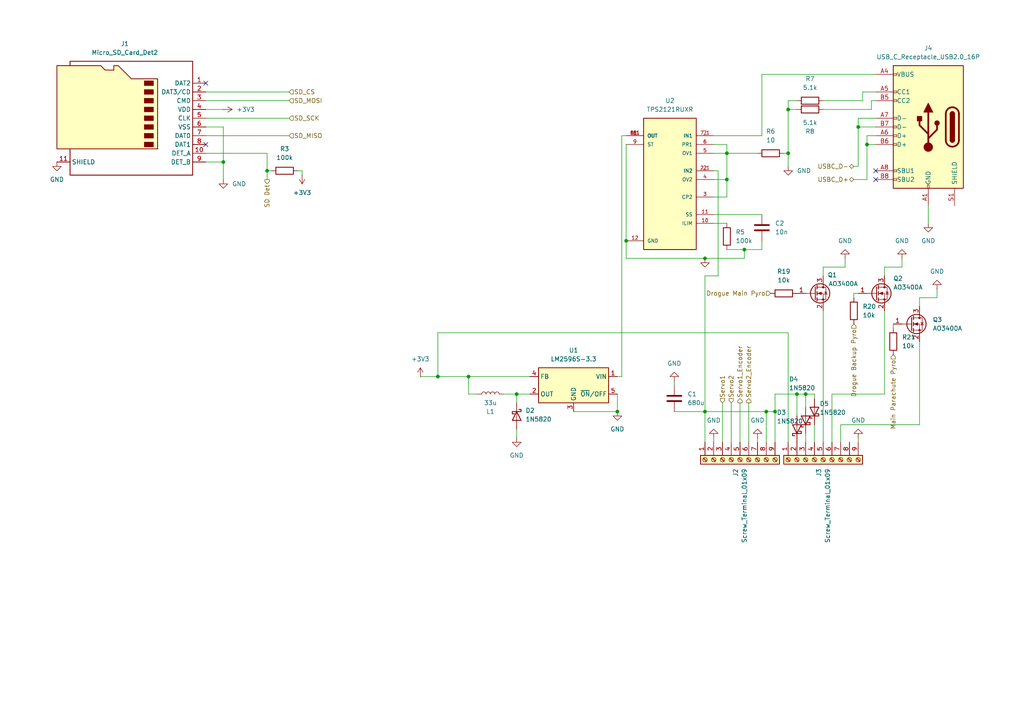
<source format=kicad_sch>
(kicad_sch (version 20250114) (generator "eeschema") (generator_version "9.0")
  (paper "A4")
  (lib_symbols
    (symbol "Connector:Micro_SD_Card_Det2"
      (property "Reference" "J" (at -16.51 17.78 0))
      (property "Value" "Micro_SD_Card_Det2" (at 16.51 17.78 0))
      (symbol "Micro_SD_Card_Det2_0_1"
        (polyline (pts (xy -8.89 -8.89) (xy -8.89 11.43) (xy -1.27 11.43) (xy 2.54 15.24) (xy 3.81 15.24) (xy 3.81 13.97) (xy 6.35 13.97) (xy 7.62 15.24) (xy 20.32 15.24) (xy 20.32 -8.89) (xy -8.89 -8.89)) (stroke (width 0.254)) (fill (type background)))
        (rectangle (start -7.62 10.795) (end -5.08 9.525) (stroke (width 0.254)) (fill (type outline)))
        (rectangle (start -7.62 8.255) (end -5.08 6.985) (stroke (width 0.254)) (fill (type outline)))
        (rectangle (start -7.62 5.715) (end -5.08 4.445) (stroke (width 0.254)) (fill (type outline)))
        (rectangle (start -7.62 3.175) (end -5.08 1.905) (stroke (width 0.254)) (fill (type outline)))
        (rectangle (start -7.62 0.635) (end -5.08 -0.635) (stroke (width 0.254)) (fill (type outline)))
        (rectangle (start -7.62 -1.905) (end -5.08 -3.175) (stroke (width 0.254)) (fill (type outline)))
        (rectangle (start -7.62 -4.445) (end -5.08 -5.715) (stroke (width 0.254)) (fill (type outline)))
        (rectangle (start -7.62 -6.985) (end -5.08 -8.255) (stroke (width 0.254)) (fill (type outline)))
        (polyline (pts (xy 16.51 15.24) (xy 16.51 16.51) (xy -19.05 16.51) (xy -19.05 -16.51) (xy 16.51 -16.51) (xy 16.51 -8.89)) (stroke (width 0.254)))
      )
      (symbol "Micro_SD_Card_Det2_1_1"
        (pin bidirectional line (at -22.86 10.16 0) (length 3.81) (name "DAT2") (number "1"))
        (pin bidirectional line (at -22.86 7.62 0) (length 3.81) (name "DAT3/CD") (number "2"))
        (pin input line (at -22.86 5.08 0) (length 3.81) (name "CMD") (number "3"))
        (pin power_in line (at -22.86 2.54 0) (length 3.81) (name "VDD") (number "4"))
        (pin input line (at -22.86 0 0) (length 3.81) (name "CLK") (number "5"))
        (pin power_in line (at -22.86 -2.54 0) (length 3.81) (name "VSS") (number "6"))
        (pin bidirectional line (at -22.86 -5.08 0) (length 3.81) (name "DAT0") (number "7"))
        (pin bidirectional line (at -22.86 -7.62 0) (length 3.81) (name "DAT1") (number "8"))
        (pin passive line (at -22.86 -10.16 0) (length 3.81) (name "DET_A") (number "10"))
        (pin passive line (at -22.86 -12.7 0) (length 3.81) (name "DET_B") (number "9"))
        (pin passive line (at 20.32 -12.7 180) (length 3.81) (name "SHIELD") (number "11"))
      )
    )
    (symbol "Connector:Screw_Terminal_01x09" (pin_names (offset 1.016) (hide yes))
      (property "Reference" "J3" (at 2.54 1.2701 0))
      (property "Value" "Screw_Terminal_01x09" (at 2.54 -1.2699 0))
      (symbol "Screw_Terminal_01x09_1_1"
        (rectangle (start -1.27 11.43) (end 1.27 -11.43) (stroke (width 0.254)) (fill (type background)))
        (polyline (pts (xy -0.5334 10.4902) (xy 0.3302 9.652)) (stroke (width 0.1524)))
        (polyline (pts (xy -0.5334 7.9502) (xy 0.3302 7.112)) (stroke (width 0.1524)))
        (polyline (pts (xy -0.5334 5.4102) (xy 0.3302 4.572)) (stroke (width 0.1524)))
        (polyline (pts (xy -0.5334 2.8702) (xy 0.3302 2.032)) (stroke (width 0.1524)))
        (polyline (pts (xy -0.5334 0.3302) (xy 0.3302 -0.508)) (stroke (width 0.1524)))
        (polyline (pts (xy -0.5334 -2.2098) (xy 0.3302 -3.048)) (stroke (width 0.1524)))
        (polyline (pts (xy -0.5334 -4.7498) (xy 0.3302 -5.588)) (stroke (width 0.1524)))
        (polyline (pts (xy -0.5334 -7.2898) (xy 0.3302 -8.128)) (stroke (width 0.1524)))
        (polyline (pts (xy -0.5334 -9.8298) (xy 0.3302 -10.668)) (stroke (width 0.1524)))
        (polyline (pts (xy -0.3556 10.668) (xy 0.508 9.8298)) (stroke (width 0.1524)))
        (polyline (pts (xy -0.3556 8.128) (xy 0.508 7.2898)) (stroke (width 0.1524)))
        (polyline (pts (xy -0.3556 5.588) (xy 0.508 4.7498)) (stroke (width 0.1524)))
        (polyline (pts (xy -0.3556 3.048) (xy 0.508 2.2098)) (stroke (width 0.1524)))
        (polyline (pts (xy -0.3556 0.508) (xy 0.508 -0.3302)) (stroke (width 0.1524)))
        (polyline (pts (xy -0.3556 -2.032) (xy 0.508 -2.8702)) (stroke (width 0.1524)))
        (polyline (pts (xy -0.3556 -4.572) (xy 0.508 -5.4102)) (stroke (width 0.1524)))
        (polyline (pts (xy -0.3556 -7.112) (xy 0.508 -7.9502)) (stroke (width 0.1524)))
        (polyline (pts (xy -0.3556 -9.652) (xy 0.508 -10.4902)) (stroke (width 0.1524)))
        (circle (center 0 10.16) (radius 0.635) (stroke (width 0.1524)))
        (circle (center 0 7.62) (radius 0.635) (stroke (width 0.1524)))
        (circle (center 0 5.08) (radius 0.635) (stroke (width 0.1524)))
        (circle (center 0 2.54) (radius 0.635) (stroke (width 0.1524)))
        (circle (center 0 0) (radius 0.635) (stroke (width 0.1524)))
        (circle (center 0 -2.54) (radius 0.635) (stroke (width 0.1524)))
        (circle (center 0 -5.08) (radius 0.635) (stroke (width 0.1524)))
        (circle (center 0 -7.62) (radius 0.635) (stroke (width 0.1524)))
        (circle (center 0 -10.16) (radius 0.635) (stroke (width 0.1524)))
        (pin power_out line (at -5.08 10.16 0) (length 3.81) (name "3V3_OUT") (number "1"))
        (pin power_out line (at -5.08 7.62 0) (length 3.81) (name "Pyro_OUT_1") (number "2"))
        (pin power_out line (at -5.08 5.08 0) (length 3.81) (name "Pyro_OUT_2") (number "3"))
        (pin power_out line (at -5.08 2.54 0) (length 3.81) (name "Pyro_OUT_3") (number "4"))
        (pin input line (at -5.08 0 0) (length 3.81) (name "Drogue_Main") (number "5"))
        (pin input line (at -5.08 -2.54 0) (length 3.81) (name "Drogue_Backup") (number "6"))
        (pin input line (at -5.08 -5.08 0) (length 3.81) (name "Main_Parachute") (number "7"))
        (pin passive line (at -5.08 -7.62 0) (length 3.81) (name "Pin_8") (number "8"))
        (pin passive line (at -5.08 -10.16 0) (length 3.81) (name "GND") (number "9"))
      )
    )
    (symbol "Connector:USB_C_Receptacle_USB2.0_16P" (pin_names (offset 1.016))
      (property "Reference" "J" (at 0 22.225 0))
      (property "Value" "USB_C_Receptacle_USB2.0_16P" (at 0 19.685 0))
      (symbol "USB_C_Receptacle_USB2.0_16P_0_0"
        (rectangle (start -0.254 -17.78) (end 0.254 -16.764))
        (rectangle (start 10.16 15.494) (end 9.144 14.986))
        (rectangle (start 10.16 10.414) (end 9.144 9.906))
        (rectangle (start 10.16 7.874) (end 9.144 7.366))
        (rectangle (start 10.16 2.794) (end 9.144 2.286))
        (rectangle (start 10.16 0.254) (end 9.144 -0.254))
        (rectangle (start 10.16 -2.286) (end 9.144 -2.794))
        (rectangle (start 10.16 -4.826) (end 9.144 -5.334))
        (rectangle (start 10.16 -12.446) (end 9.144 -12.954))
        (rectangle (start 10.16 -14.986) (end 9.144 -15.494))
      )
      (symbol "USB_C_Receptacle_USB2.0_16P_0_1"
        (rectangle (start -10.16 17.78) (end 10.16 -17.78) (stroke (width 0.254)) (fill (type background)))
        (polyline (pts (xy -8.89 -3.81) (xy -8.89 3.81)) (stroke (width 0.508)))
        (rectangle (start -7.62 -3.81) (end -6.35 3.81) (stroke (width 0.254)) (fill (type outline)))
        (arc (start -7.62 3.81) (mid -6.985 4.4423) (end -6.35 3.81) (stroke (width 0.254)))
        (arc (start -7.62 3.81) (mid -6.985 4.4423) (end -6.35 3.81) (stroke (width 0.254)) (fill (type outline)))
        (arc (start -8.89 3.81) (mid -6.985 5.7067) (end -5.08 3.81) (stroke (width 0.508)))
        (arc (start -5.08 -3.81) (mid -6.985 -5.7067) (end -8.89 -3.81) (stroke (width 0.508)))
        (arc (start -6.35 -3.81) (mid -6.985 -4.4423) (end -7.62 -3.81) (stroke (width 0.254)))
        (arc (start -6.35 -3.81) (mid -6.985 -4.4423) (end -7.62 -3.81) (stroke (width 0.254)) (fill (type outline)))
        (polyline (pts (xy -5.08 3.81) (xy -5.08 -3.81)) (stroke (width 0.508)))
        (circle (center -2.54 1.143) (radius 0.635) (stroke (width 0.254)) (fill (type outline)))
        (polyline (pts (xy -1.27 4.318) (xy 0 6.858) (xy 1.27 4.318) (xy -1.27 4.318)) (stroke (width 0.254)) (fill (type outline)))
        (polyline (pts (xy 0 -2.032) (xy 2.54 0.508) (xy 2.54 1.778)) (stroke (width 0.508)))
        (polyline (pts (xy 0 -3.302) (xy -2.54 -0.762) (xy -2.54 0.508)) (stroke (width 0.508)))
        (polyline (pts (xy 0 -5.842) (xy 0 4.318)) (stroke (width 0.508)))
        (circle (center 0 -5.842) (radius 1.27) (fill (type outline)))
        (rectangle (start 1.905 1.778) (end 3.175 3.048) (stroke (width 0.254)) (fill (type outline)))
      )
      (symbol "USB_C_Receptacle_USB2.0_16P_1_1"
        (pin passive line (at -7.62 -22.86 90) (length 5.08) (name "SHIELD") (number "S1"))
        (pin passive line (at 0 -22.86 90) (length 5.08) (name "GND") (number "A1"))
        (pin passive line (at 0 -22.86 90) (length 5.08) (hide yes) (name "GND") (number "A12"))
        (pin passive line (at 0 -22.86 90) (length 5.08) (hide yes) (name "GND") (number "B1"))
        (pin passive line (at 0 -22.86 90) (length 5.08) (hide yes) (name "GND") (number "B12"))
        (pin passive line (at 15.24 15.24 180) (length 5.08) (name "VBUS") (number "A4"))
        (pin passive line (at 15.24 15.24 180) (length 5.08) (hide yes) (name "VBUS") (number "A9"))
        (pin passive line (at 15.24 15.24 180) (length 5.08) (hide yes) (name "VBUS") (number "B4"))
        (pin passive line (at 15.24 15.24 180) (length 5.08) (hide yes) (name "VBUS") (number "B9"))
        (pin bidirectional line (at 15.24 10.16 180) (length 5.08) (name "CC1") (number "A5"))
        (pin bidirectional line (at 15.24 7.62 180) (length 5.08) (name "CC2") (number "B5"))
        (pin bidirectional line (at 15.24 2.54 180) (length 5.08) (name "D-") (number "A7"))
        (pin bidirectional line (at 15.24 0 180) (length 5.08) (name "D-") (number "B7"))
        (pin bidirectional line (at 15.24 -2.54 180) (length 5.08) (name "D+") (number "A6"))
        (pin bidirectional line (at 15.24 -5.08 180) (length 5.08) (name "D+") (number "B6"))
        (pin bidirectional line (at 15.24 -12.7 180) (length 5.08) (name "SBU1") (number "A8"))
        (pin bidirectional line (at 15.24 -15.24 180) (length 5.08) (name "SBU2") (number "B8"))
      )
    )
    (symbol "Device:C" (pin_numbers (hide yes)) (pin_names (offset 0.254))
      (property "Reference" "C" (at 0.635 2.54 0))
      (property "Value" "C" (at 0.635 -2.54 0))
      (symbol "C_0_1"
        (polyline (pts (xy -2.032 0.762) (xy 2.032 0.762)) (stroke (width 0.508)))
        (polyline (pts (xy -2.032 -0.762) (xy 2.032 -0.762)) (stroke (width 0.508)))
      )
      (symbol "C_1_1"
        (pin passive line (at 0 3.81 270) (length 2.794) (name "~") (number "1"))
        (pin passive line (at 0 -3.81 90) (length 2.794) (name "~") (number "2"))
      )
    )
    (symbol "Device:L" (pin_numbers (hide yes)) (pin_names (offset 1.016) (hide yes))
      (property "Reference" "L" (at -1.27 0 90))
      (property "Value" "L" (at 1.905 0 90))
      (symbol "L_0_1"
        (arc (start 0 2.54) (mid 0.6323 1.905) (end 0 1.27))
        (arc (start 0 1.27) (mid 0.6323 0.635) (end 0 0))
        (arc (start 0 0) (mid 0.6323 -0.635) (end 0 -1.27))
        (arc (start 0 -1.27) (mid 0.6323 -1.905) (end 0 -2.54))
      )
      (symbol "L_1_1"
        (pin passive line (at 0 3.81 270) (length 1.27) (name "1") (number "1"))
        (pin passive line (at 0 -3.81 90) (length 1.27) (name "2") (number "2"))
      )
    )
    (symbol "Device:R" (pin_numbers (hide yes)) (pin_names (offset 0))
      (property "Reference" "R" (at 2.032 0 90))
      (property "Value" "R" (at 0 0 90))
      (symbol "R_0_1"
        (rectangle (start -1.016 -2.54) (end 1.016 2.54) (stroke (width 0.254)))
      )
      (symbol "R_1_1"
        (pin passive line (at 0 3.81 270) (length 1.27) (name "~") (number "1"))
        (pin passive line (at 0 -3.81 90) (length 1.27) (name "~") (number "2"))
      )
    )
    (symbol "Diode:1N5820" (pin_numbers (hide yes)) (pin_names (offset 1.016) (hide yes))
      (property "Reference" "D" (at 0 2.54 0))
      (property "Value" "1N5820" (at 0 -2.54 0))
      (symbol "1N5820_0_1"
        (polyline (pts (xy -1.905 0.635) (xy -1.905 1.27) (xy -1.27 1.27) (xy -1.27 -1.27) (xy -0.635 -1.27) (xy -0.635 -0.635)) (stroke (width 0.254)))
        (polyline (pts (xy 1.27 1.27) (xy 1.27 -1.27) (xy -1.27 0) (xy 1.27 1.27)) (stroke (width 0.254)))
        (polyline (pts (xy 1.27 0) (xy -1.27 0)))
      )
      (symbol "1N5820_1_1"
        (pin passive line (at -3.81 0 0) (length 2.54) (name "K") (number "1"))
        (pin passive line (at 3.81 0 180) (length 2.54) (name "A") (number "2"))
      )
    )
    (symbol "Regulator_Switching:LM2596S-3.3"
      (property "Reference" "U" (at -10.16 6.35 0))
      (property "Value" "LM2596S-3.3" (at 0 6.35 0))
      (symbol "LM2596S-3.3_0_1"
        (rectangle (start -10.16 5.08) (end 10.16 -5.08) (stroke (width 0.254)) (fill (type background)))
      )
      (symbol "LM2596S-3.3_1_1"
        (pin power_in line (at -12.7 2.54 0) (length 2.54) (name "VIN") (number "1"))
        (pin input line (at -12.7 -2.54 0) (length 2.54) (name "~{ON}/OFF") (number "5"))
        (pin power_in line (at 0 -7.62 90) (length 2.54) (name "GND") (number "3"))
        (pin input line (at 12.7 2.54 180) (length 2.54) (name "FB") (number "4"))
        (pin output line (at 12.7 -2.54 180) (length 2.54) (name "OUT") (number "2"))
      )
    )
    (symbol "Screw_Terminal_01x09_1" (pin_names (offset 1.016) (hide yes))
      (property "Reference" "J2" (at 2.54 1.2701 0))
      (property "Value" "Screw_Terminal_01x09" (at 2.54 -1.2699 0))
      (symbol "Screw_Terminal_01x09_1_1_1"
        (rectangle (start -1.27 11.43) (end 1.27 -11.43) (stroke (width 0.254)) (fill (type background)))
        (polyline (pts (xy -0.5334 10.4902) (xy 0.3302 9.652)) (stroke (width 0.1524)))
        (polyline (pts (xy -0.5334 7.9502) (xy 0.3302 7.112)) (stroke (width 0.1524)))
        (polyline (pts (xy -0.5334 5.4102) (xy 0.3302 4.572)) (stroke (width 0.1524)))
        (polyline (pts (xy -0.5334 2.8702) (xy 0.3302 2.032)) (stroke (width 0.1524)))
        (polyline (pts (xy -0.5334 0.3302) (xy 0.3302 -0.508)) (stroke (width 0.1524)))
        (polyline (pts (xy -0.5334 -2.2098) (xy 0.3302 -3.048)) (stroke (width 0.1524)))
        (polyline (pts (xy -0.5334 -4.7498) (xy 0.3302 -5.588)) (stroke (width 0.1524)))
        (polyline (pts (xy -0.5334 -7.2898) (xy 0.3302 -8.128)) (stroke (width 0.1524)))
        (polyline (pts (xy -0.5334 -9.8298) (xy 0.3302 -10.668)) (stroke (width 0.1524)))
        (polyline (pts (xy -0.3556 10.668) (xy 0.508 9.8298)) (stroke (width 0.1524)))
        (polyline (pts (xy -0.3556 8.128) (xy 0.508 7.2898)) (stroke (width 0.1524)))
        (polyline (pts (xy -0.3556 5.588) (xy 0.508 4.7498)) (stroke (width 0.1524)))
        (polyline (pts (xy -0.3556 3.048) (xy 0.508 2.2098)) (stroke (width 0.1524)))
        (polyline (pts (xy -0.3556 0.508) (xy 0.508 -0.3302)) (stroke (width 0.1524)))
        (polyline (pts (xy -0.3556 -2.032) (xy 0.508 -2.8702)) (stroke (width 0.1524)))
        (polyline (pts (xy -0.3556 -4.572) (xy 0.508 -5.4102)) (stroke (width 0.1524)))
        (polyline (pts (xy -0.3556 -7.112) (xy 0.508 -7.9502)) (stroke (width 0.1524)))
        (polyline (pts (xy -0.3556 -9.652) (xy 0.508 -10.4902)) (stroke (width 0.1524)))
        (circle (center 0 10.16) (radius 0.635) (stroke (width 0.1524)))
        (circle (center 0 7.62) (radius 0.635) (stroke (width 0.1524)))
        (circle (center 0 5.08) (radius 0.635) (stroke (width 0.1524)))
        (circle (center 0 2.54) (radius 0.635) (stroke (width 0.1524)))
        (circle (center 0 0) (radius 0.635) (stroke (width 0.1524)))
        (circle (center 0 -2.54) (radius 0.635) (stroke (width 0.1524)))
        (circle (center 0 -5.08) (radius 0.635) (stroke (width 0.1524)))
        (circle (center 0 -7.62) (radius 0.635) (stroke (width 0.1524)))
        (circle (center 0 -10.16) (radius 0.635) (stroke (width 0.1524)))
        (pin power_in line (at -5.08 10.16 0) (length 3.81) (name "7.4V_IN") (number "1"))
        (pin passive line (at -5.08 7.62 0) (length 3.81) (name "GND") (number "2"))
        (pin output line (at -5.08 5.08 0) (length 3.81) (name "Servo1") (number "3"))
        (pin output line (at -5.08 2.54 0) (length 3.81) (name "Servo2") (number "4"))
        (pin output line (at -5.08 0 0) (length 3.81) (name "Servo1_Encoder") (number "5"))
        (pin output line (at -5.08 -2.54 0) (length 3.81) (name "Servo2_Encoder") (number "6"))
        (pin passive line (at -5.08 -5.08 0) (length 3.81) (name "MotorGND") (number "7"))
        (pin power_out line (at -5.08 -7.62 0) (length 3.81) (name "MotorPwr1") (number "8"))
        (pin passive line (at -5.08 -10.16 0) (length 3.81) (name "MotorPwr2") (number "9"))
      )
    )
    (symbol "TPS2121RUXR:TPS2121RUXR" (pin_names (offset 1.016))
      (property "Reference" "U" (at -7.62 21.082 0))
      (property "Value" "TPS2121RUXR" (at -7.62 -20.32 0))
      (symbol "TPS2121RUXR_0_0"
        (rectangle (start -7.62 -17.78) (end 7.62 20.32) (stroke (width 0.254)) (fill (type background)))
        (pin input line (at -12.7 15.24 0) (length 5.08) (name "IN1") (number "7"))
        (pin input line (at -12.7 15.24 0) (length 5.08) (name "IN1") (number "7_1"))
        (pin input line (at -12.7 12.7 0) (length 5.08) (name "PR1") (number "6"))
        (pin input line (at -12.7 10.16 0) (length 5.08) (name "OV1") (number "5"))
        (pin input line (at -12.7 5.08 0) (length 5.08) (name "IN2") (number "2"))
        (pin input line (at -12.7 5.08 0) (length 5.08) (name "IN2") (number "2_1"))
        (pin input line (at -12.7 2.54 0) (length 5.08) (name "OV2") (number "4"))
        (pin input line (at -12.7 -2.54 0) (length 5.08) (name "CP2") (number "3"))
        (pin passive line (at -12.7 -7.62 0) (length 5.08) (name "SS") (number "11"))
        (pin passive line (at -12.7 -10.16 0) (length 5.08) (name "ILIM") (number "10"))
        (pin output line (at 12.7 15.24 180) (length 5.08) (name "OUT") (number "1"))
        (pin output line (at 12.7 15.24 180) (length 5.08) (name "OUT") (number "1_1"))
        (pin output line (at 12.7 15.24 180) (length 5.08) (name "OUT") (number "8"))
        (pin output line (at 12.7 15.24 180) (length 5.08) (name "OUT") (number "8_1"))
        (pin output line (at 12.7 12.7 180) (length 5.08) (name "ST") (number "9"))
        (pin power_in line (at 12.7 -15.24 180) (length 5.08) (name "GND") (number "12"))
      )
    )
    (symbol "Transistor_FET:AO3400A" (pin_names (offset 0) (hide yes))
      (property "Reference" "Q" (at 5.08 1.905 0))
      (property "Value" "AO3400A" (at 5.08 0 0))
      (symbol "AO3400A_0_1"
        (polyline (pts (xy 0.254 1.905) (xy 0.254 -1.905)) (stroke (width 0.254)))
        (polyline (pts (xy 0.254 0) (xy -2.54 0)))
        (polyline (pts (xy 0.762 2.286) (xy 0.762 1.27)) (stroke (width 0.254)))
        (polyline (pts (xy 0.762 0.508) (xy 0.762 -0.508)) (stroke (width 0.254)))
        (polyline (pts (xy 0.762 -1.27) (xy 0.762 -2.286)) (stroke (width 0.254)))
        (polyline (pts (xy 0.762 -1.778) (xy 3.302 -1.778) (xy 3.302 1.778) (xy 0.762 1.778)))
        (polyline (pts (xy 1.016 0) (xy 2.032 0.381) (xy 2.032 -0.381) (xy 1.016 0)) (fill (type outline)))
        (circle (center 1.651 0) (radius 2.794) (stroke (width 0.254)))
        (polyline (pts (xy 2.54 2.54) (xy 2.54 1.778)))
        (circle (center 2.54 1.778) (radius 0.254) (fill (type outline)))
        (circle (center 2.54 -1.778) (radius 0.254) (fill (type outline)))
        (polyline (pts (xy 2.54 -2.54) (xy 2.54 0) (xy 0.762 0)))
        (polyline (pts (xy 2.921 0.381) (xy 3.683 0.381)))
        (polyline (pts (xy 3.302 0.381) (xy 2.921 -0.254) (xy 3.683 -0.254) (xy 3.302 0.381)))
      )
      (symbol "AO3400A_1_1"
        (pin input line (at -5.08 0 0) (length 2.54) (name "G") (number "1"))
        (pin passive line (at 2.54 5.08 270) (length 2.54) (name "D") (number "3"))
        (pin passive line (at 2.54 -5.08 90) (length 2.54) (name "S") (number "2"))
      )
    )
    (symbol "power:+3V3" (power) (pin_numbers (hide yes)) (pin_names (offset 0) (hide yes))
      (property "Value" "+3V3" (at 0 3.556 0))
      (symbol "+3V3_0_1"
        (polyline (pts (xy -0.762 1.27) (xy 0 2.54)))
        (polyline (pts (xy 0 2.54) (xy 0.762 1.27)))
        (polyline (pts (xy 0 0) (xy 0 2.54)))
      )
      (symbol "+3V3_1_1"
        (pin power_in line (at 0 0 90) (length 0) (name "~") (number "1"))
      )
    )
    (symbol "power:GND" (power) (pin_numbers (hide yes)) (pin_names (offset 0) (hide yes))
      (property "Value" "GND" (at 0 -3.81 0))
      (symbol "GND_0_1"
        (polyline (pts (xy 0 0) (xy 0 -1.27) (xy 1.27 -1.27) (xy 0 -2.54) (xy -1.27 -1.27) (xy 0 -1.27)))
      )
      (symbol "GND_1_1"
        (pin power_in line (at 0 0 270) (length 0) (name "~") (number "1"))
      )
    )
  )
  (junction (at 215.9 72.39))
  (junction (at 77.47 49.53))
  (junction (at 251.46 41.91))
  (junction (at 228.6 44.45))
  (junction (at 210.82 52.07))
  (junction (at 224.79 119.38))
  (junction (at 149.86 114.3))
  (junction (at 204.47 119.38))
  (junction (at 231.14 114.3))
  (junction (at 181.61 69.85))
  (junction (at 222.25 119.38))
  (junction (at 233.68 114.3))
  (junction (at 210.82 44.45))
  (junction (at 248.92 36.83))
  (junction (at 228.6 31.75))
  (junction (at 64.77 46.99))
  (junction (at 204.47 74.93))
  (junction (at 179.07 119.38))
  (junction (at 135.89 109.22))
  (junction (at 127 109.22))
  (no_connect (at 254 49.53))
  (no_connect (at 59.69 24.13))
  (no_connect (at 59.69 41.91))
  (no_connect (at 254 52.07))
  (wire (pts (xy 204.47 74.93) (xy 215.9 74.93)))
  (wire (pts (xy 228.6 29.21) (xy 231.14 29.21)))
  (wire (pts (xy 208.28 49.53) (xy 208.28 80.01)))
  (wire (pts (xy 251.46 39.37) (xy 251.46 41.91)))
  (wire (pts (xy 256.54 114.3) (xy 241.3 114.3)))
  (wire (pts (xy 251.46 41.91) (xy 251.46 52.07)))
  (wire (pts (xy 209.55 116.84) (xy 209.55 128.27)))
  (wire (pts (xy 220.98 69.85) (xy 220.98 72.39)))
  (wire (pts (xy 250.19 26.67) (xy 254 26.67)))
  (wire (pts (xy 261.62 77.47) (xy 261.62 74.93)))
  (wire (pts (xy 135.89 109.22) (xy 135.89 114.3)))
  (wire (pts (xy 204.47 80.01) (xy 204.47 119.38)))
  (wire (pts (xy 266.7 88.9) (xy 266.7 86.36)))
  (wire (pts (xy 266.7 123.19) (xy 243.84 123.19)))
  (wire (pts (xy 64.77 46.99) (xy 64.77 36.83)))
  (wire (pts (xy 204.47 119.38) (xy 222.25 119.38)))
  (wire (pts (xy 238.76 80.01) (xy 238.76 77.47)))
  (wire (pts (xy 166.37 119.38) (xy 179.07 119.38)))
  (wire (pts (xy 224.79 119.38) (xy 224.79 128.27)))
  (wire (pts (xy 215.9 72.39) (xy 215.9 74.93)))
  (wire (pts (xy 195.58 110.49) (xy 195.58 111.76)))
  (wire (pts (xy 256.54 77.47) (xy 261.62 77.47)))
  (wire (pts (xy 77.47 49.53) (xy 77.47 52.07)))
  (wire (pts (xy 59.69 29.21) (xy 83.82 29.21)))
  (wire (pts (xy 153.67 109.22) (xy 135.89 109.22)))
  (wire (pts (xy 243.84 123.19) (xy 243.84 128.27)))
  (wire (pts (xy 248.92 34.29) (xy 248.92 36.83)))
  (wire (pts (xy 266.7 86.36) (xy 271.78 86.36)))
  (wire (pts (xy 77.47 49.53) (xy 78.74 49.53)))
  (wire (pts (xy 86.36 49.53) (xy 87.63 49.53)))
  (wire (pts (xy 59.69 26.67) (xy 83.82 26.67)))
  (wire (pts (xy 149.86 114.3) (xy 149.86 116.84)))
  (wire (pts (xy 127 109.22) (xy 127 96.52)))
  (wire (pts (xy 236.22 123.19) (xy 236.22 128.27)))
  (wire (pts (xy 149.86 124.46) (xy 149.86 127)))
  (wire (pts (xy 214.63 116.84) (xy 214.63 128.27)))
  (wire (pts (xy 77.47 44.45) (xy 59.69 44.45)))
  (wire (pts (xy 231.14 114.3) (xy 233.68 114.3)))
  (wire (pts (xy 210.82 57.15) (xy 210.82 52.07)))
  (wire (pts (xy 241.3 114.3) (xy 241.3 128.27)))
  (wire (pts (xy 251.46 39.37) (xy 254 39.37)))
  (wire (pts (xy 228.6 31.75) (xy 231.14 31.75)))
  (wire (pts (xy 87.63 50.8) (xy 87.63 49.53)))
  (wire (pts (xy 224.79 114.3) (xy 224.79 119.38)))
  (wire (pts (xy 207.01 44.45) (xy 210.82 44.45)))
  (wire (pts (xy 59.69 46.99) (xy 64.77 46.99)))
  (wire (pts (xy 222.25 119.38) (xy 222.25 128.27)))
  (wire (pts (xy 127 96.52) (xy 228.6 96.52)))
  (wire (pts (xy 250.19 26.67) (xy 250.19 29.21)))
  (wire (pts (xy 256.54 90.17) (xy 256.54 114.3)))
  (wire (pts (xy 248.92 36.83) (xy 254 36.83)))
  (wire (pts (xy 248.92 36.83) (xy 248.92 48.26)))
  (wire (pts (xy 77.47 49.53) (xy 77.47 44.45)))
  (wire (pts (xy 181.61 74.93) (xy 204.47 74.93)))
  (wire (pts (xy 195.58 119.38) (xy 204.47 119.38)))
  (wire (pts (xy 231.14 114.3) (xy 231.14 120.65)))
  (wire (pts (xy 250.19 29.21) (xy 238.76 29.21)))
  (wire (pts (xy 233.68 114.3) (xy 236.22 114.3)))
  (wire (pts (xy 207.01 49.53) (xy 208.28 49.53)))
  (wire (pts (xy 233.68 114.3) (xy 233.68 118.11)))
  (wire (pts (xy 233.68 125.73) (xy 233.68 128.27)))
  (wire (pts (xy 220.98 21.59) (xy 254 21.59)))
  (wire (pts (xy 149.86 114.3) (xy 153.67 114.3)))
  (wire (pts (xy 245.11 77.47) (xy 245.11 74.93)))
  (wire (pts (xy 228.6 44.45) (xy 228.6 31.75)))
  (wire (pts (xy 220.98 21.59) (xy 220.98 39.37)))
  (wire (pts (xy 219.71 127) (xy 219.71 128.27)))
  (wire (pts (xy 210.82 44.45) (xy 210.82 52.07)))
  (wire (pts (xy 248.92 85.09) (xy 247.65 85.09)))
  (wire (pts (xy 146.05 114.3) (xy 149.86 114.3)))
  (wire (pts (xy 207.01 39.37) (xy 220.98 39.37)))
  (wire (pts (xy 204.47 119.38) (xy 204.47 128.27)))
  (wire (pts (xy 180.34 39.37) (xy 180.34 109.22)))
  (wire (pts (xy 238.76 90.17) (xy 238.76 128.27)))
  (wire (pts (xy 252.73 29.21) (xy 254 29.21)))
  (wire (pts (xy 181.61 39.37) (xy 180.34 39.37)))
  (wire (pts (xy 228.6 96.52) (xy 228.6 128.27)))
  (wire (pts (xy 236.22 114.3) (xy 236.22 115.57)))
  (wire (pts (xy 248.92 127) (xy 248.92 128.27)))
  (wire (pts (xy 208.28 80.01) (xy 204.47 80.01)))
  (wire (pts (xy 179.07 114.3) (xy 179.07 119.38)))
  (wire (pts (xy 64.77 46.99) (xy 64.77 52.07)))
  (wire (pts (xy 220.98 72.39) (xy 215.9 72.39)))
  (wire (pts (xy 181.61 74.93) (xy 181.61 69.85)))
  (wire (pts (xy 228.6 48.26) (xy 228.6 44.45)))
  (wire (pts (xy 207.01 57.15) (xy 210.82 57.15)))
  (wire (pts (xy 59.69 31.75) (xy 64.77 31.75)))
  (wire (pts (xy 217.17 116.84) (xy 217.17 128.27)))
  (wire (pts (xy 238.76 77.47) (xy 245.11 77.47)))
  (wire (pts (xy 181.61 41.91) (xy 181.61 69.85)))
  (wire (pts (xy 224.79 114.3) (xy 231.14 114.3)))
  (wire (pts (xy 252.73 31.75) (xy 238.76 31.75)))
  (wire (pts (xy 251.46 41.91) (xy 254 41.91)))
  (wire (pts (xy 207.01 127) (xy 207.01 128.27)))
  (wire (pts (xy 248.92 48.26) (xy 247.65 48.26)))
  (wire (pts (xy 207.01 64.77) (xy 210.82 64.77)))
  (wire (pts (xy 228.6 44.45) (xy 227.33 44.45)))
  (wire (pts (xy 210.82 41.91) (xy 210.82 44.45)))
  (wire (pts (xy 121.92 109.22) (xy 127 109.22)))
  (wire (pts (xy 256.54 80.01) (xy 256.54 77.47)))
  (wire (pts (xy 228.6 31.75) (xy 228.6 29.21)))
  (wire (pts (xy 207.01 52.07) (xy 210.82 52.07)))
  (wire (pts (xy 59.69 34.29) (xy 83.82 34.29)))
  (wire (pts (xy 207.01 62.23) (xy 220.98 62.23)))
  (wire (pts (xy 210.82 44.45) (xy 219.71 44.45)))
  (wire (pts (xy 254 34.29) (xy 248.92 34.29)))
  (wire (pts (xy 59.69 39.37) (xy 83.82 39.37)))
  (wire (pts (xy 207.01 41.91) (xy 210.82 41.91)))
  (wire (pts (xy 271.78 86.36) (xy 271.78 83.82)))
  (wire (pts (xy 127 109.22) (xy 135.89 109.22)))
  (wire (pts (xy 210.82 72.39) (xy 215.9 72.39)))
  (wire (pts (xy 269.24 59.69) (xy 269.24 64.77)))
  (wire (pts (xy 179.07 109.22) (xy 180.34 109.22)))
  (wire (pts (xy 247.65 85.09) (xy 247.65 86.36)))
  (wire (pts (xy 259.08 95.25) (xy 259.08 93.98)))
  (wire (pts (xy 212.09 116.84) (xy 212.09 128.27)))
  (wire (pts (xy 266.7 99.06) (xy 266.7 123.19)))
  (wire (pts (xy 251.46 52.07) (xy 247.65 52.07)))
  (wire (pts (xy 252.73 29.21) (xy 252.73 31.75)))
  (wire (pts (xy 222.25 119.38) (xy 224.79 119.38)))
  (wire (pts (xy 59.69 36.83) (xy 64.77 36.83)))
  (wire (pts (xy 135.89 114.3) (xy 138.43 114.3)))
  (hierarchical_label "Main Parachute Pyro" (shape input) (at 259.08 102.87 270))
  (hierarchical_label "SD_CS" (shape input) (at 83.82 26.67 0))
  (hierarchical_label "USBC_D+" (shape bidirectional) (at 247.65 52.07 180))
  (hierarchical_label "SD_SCK" (shape input) (at 83.82 34.29 0))
  (hierarchical_label "Drogue Main Pyro" (shape input) (at 223.52 85.09 180))
  (hierarchical_label "SD_MOSI" (shape input) (at 83.82 29.21 0))
  (hierarchical_label "SD_MISO" (shape input) (at 83.82 39.37 0))
  (hierarchical_label "Servo1" (shape input) (at 209.55 116.84 90))
  (hierarchical_label "Servo2" (shape input) (at 212.09 116.84 90))
  (hierarchical_label "SD Det" (shape output) (at 77.47 52.07 270))
  (hierarchical_label "Servo2_Encoder" (shape output) (at 217.17 116.84 90))
  (hierarchical_label "USBC_D-" (shape bidirectional) (at 247.65 48.26 180))
  (hierarchical_label "Drogue Backup Pyro" (shape input) (at 247.65 93.98 270))
  (hierarchical_label "Servo1_Encoder" (shape output) (at 214.63 116.84 90))
  (symbol (lib_id "TPS2121RUXR:TPS2121RUXR") (at 194.31 54.61 0) (mirror y) (unit 1)
    (property "Reference" "U2" (at 194.31 29.21 0))
    (property "Value" "TPS2121RUXR" (at 194.31 31.75 0))
    (property "Footprint" "TPS2121RUXR:IC_TPS2121RUXR" (effects (hide yes)))
    (property "MF" "Texas Instruments" (effects (hide yes)))
    (property "Description_1" "2.7-V to 22-V, 56-mΩ, 4.5-A, power mux with seamless switchover" (effects (hide yes)))
    (property "Package" "VQFN-HR-12 Texas Instruments" (effects (hide yes)))
    (property "Price" "None" (effects (hide yes)))
    (property "Check_prices" "https://www.snapeda.com/parts/TPS2121RUXR/Texas+Instruments/view-part/?ref=eda" (effects (hide yes)))
    (property "STANDARD" "Manufacturer Recommendations" (effects (hide yes)))
    (property "SnapEDA_Link" "https://www.snapeda.com/parts/TPS2121RUXR/Texas+Instruments/view-part/?ref=snap" (effects (hide yes)))
    (property "MP" "TPS2121RUXR" (effects (hide yes)))
    (property "Availability" "In Stock" (effects (hide yes)))
    (property "MANUFACTURER" "TEXAS INSTRUMENTS" (effects (hide yes)))
  )
  (symbol (lib_id "power:+3V3") (at 87.63 50.8 180) (unit 1)
    (property "Reference" "#PWR011" (effects (hide yes)))
    (property "Value" "+3V3" (at 87.63 55.88 0))
    (property "Description" "Power symbol creates a global label with name \"+3V3\"" (effects (hide yes)))
  )
  (symbol (lib_id "Device:L") (at 142.24 114.3 90) (unit 1)
    (property "Reference" "L1" (at 142.24 119.38 90))
    (property "Value" "33u" (at 142.24 116.84 90))
    (property "Description" "Inductor" (effects (hide yes)))
  )
  (symbol (lib_id "Device:R") (at 210.82 68.58 0) (unit 1)
    (property "Reference" "R5" (at 213.36 67.3099 0) (effects (justify left)))
    (property "Value" "100k" (at 213.36 69.8499 0) (effects (justify left)))
    (property "Description" "Resistor" (effects (hide yes)))
  )
  (symbol (lib_id "Device:R") (at 227.33 85.09 90) (unit 1)
    (property "Reference" "R19" (at 227.33 78.74 90))
    (property "Value" "10k" (at 227.33 81.28 90))
    (property "Description" "Resistor" (effects (hide yes)))
  )
  (symbol (lib_id "Device:C") (at 195.58 115.57 0) (unit 1)
    (property "Reference" "C1" (at 199.39 114.3 0) (effects (justify left)))
    (property "Value" "680u" (at 199.39 116.84 0) (effects (justify left)))
    (property "Description" "Unpolarized capacitor" (effects (hide yes)))
  )
  (symbol (lib_id "power:+3V3") (at 121.92 109.22 0) (unit 1)
    (property "Reference" "#PWR012" (effects (hide yes)))
    (property "Value" "+3V3" (at 121.92 104.14 0))
    (property "Description" "Power symbol creates a global label with name \"+3V3\"" (effects (hide yes)))
  )
  (symbol (lib_id "Device:R") (at 223.52 44.45 90) (mirror x) (unit 1)
    (property "Reference" "R6" (at 223.52 38.1 90))
    (property "Value" "10" (at 223.52 40.64 90))
    (property "Description" "Resistor" (effects (hide yes)))
  )
  (symbol (lib_id "power:GND") (at 248.92 127 180) (unit 1)
    (property "Reference" "#PWR023" (effects (hide yes)))
    (property "Value" "GND" (at 248.92 121.92 0))
    (property "Description" "Power symbol creates a global label with name \"GND\" , ground" (effects (hide yes)))
  )
  (symbol (lib_id "power:GND") (at 271.78 83.82 0) (mirror x) (unit 1)
    (property "Reference" "#PWR026" (effects (hide yes)))
    (property "Value" "GND" (at 271.78 78.74 0))
    (property "Description" "Power symbol creates a global label with name \"GND\" , ground" (effects (hide yes)))
  )
  (symbol (lib_id "Device:R") (at 234.95 29.21 90) (mirror x) (unit 1)
    (property "Reference" "R7" (at 234.95 22.86 90))
    (property "Value" "5.1k" (at 234.95 25.4 90))
    (property "Description" "Resistor" (effects (hide yes)))
  )
  (symbol (lib_id "Diode:1N5820") (at 149.86 120.65 270) (unit 1)
    (property "Reference" "D2" (at 152.4 119.0624 90) (effects (justify left)))
    (property "Value" "1N5820" (at 152.4 121.6024 90) (effects (justify left)))
    (property "Footprint" "Diode_THT:D_DO-201AD_P15.24mm_Horizontal" (effects (hide yes)))
    (property "Datasheet" "http://www.vishay.com/docs/88526/1n5820.pdf" (effects (hide yes)))
    (property "Description" "20V 3A Schottky Barrier Rectifier Diode, DO-201AD" (effects (hide yes)))
  )
  (symbol (lib_id "Device:R") (at 234.95 31.75 90) (unit 1)
    (property "Reference" "R8" (at 234.95 38.1 90))
    (property "Value" "5.1k" (at 234.95 35.56 90))
    (property "Description" "Resistor" (effects (hide yes)))
  )
  (symbol (lib_id "Diode:1N5820") (at 231.14 124.46 90) (unit 1)
    (property "Reference" "D3" (at 225.298 119.634 90) (effects (justify right)))
    (property "Value" "1N5820" (at 225.298 122.174 90) (effects (justify right)))
    (property "Footprint" "Diode_THT:D_DO-201AD_P15.24mm_Horizontal" (effects (hide yes)))
    (property "Datasheet" "http://www.vishay.com/docs/88526/1n5820.pdf" (effects (hide yes)))
    (property "Description" "20V 3A Schottky Barrier Rectifier Diode, DO-201AD" (effects (hide yes)))
  )
  (symbol (lib_id "Regulator_Switching:LM2596S-3.3") (at 166.37 111.76 0) (mirror y) (unit 1)
    (property "Reference" "U1" (at 166.37 101.6 0))
    (property "Value" "LM2596S-3.3" (at 166.37 104.14 0))
    (property "Footprint" "Package_TO_SOT_SMD:TO-263-5_TabPin3" (effects (hide yes)))
    (property "Datasheet" "http://www.ti.com/lit/ds/symlink/lm2596.pdf" (effects (hide yes)))
    (property "Description" "3.3V 3A Step-Down Voltage Regulator, TO-263" (effects (hide yes)))
  )
  (symbol (lib_id "Transistor_FET:AO3400A") (at 264.16 93.98 0) (unit 1)
    (property "Reference" "Q3" (at 270.51 92.71 0) (effects (justify left)))
    (property "Value" "AO3400A" (at 270.51 95.25 0) (effects (justify left)))
    (property "Footprint" "Package_TO_SOT_SMD:SOT-23" (effects (hide yes)))
    (property "Datasheet" "http://www.aosmd.com/pdfs/datasheet/AO3400A.pdf" (effects (hide yes)))
    (property "Description" "30V Vds, 5.7A Id, N-Channel MOSFET, SOT-23" (effects (hide yes)))
  )
  (symbol (lib_id "Diode:1N5820") (at 236.22 119.38 90) (unit 1)
    (property "Reference" "D5" (at 237.744 117.094 90) (effects (justify right)))
    (property "Value" "1N5820" (at 237.744 119.634 90) (effects (justify right)))
    (property "Footprint" "Diode_THT:D_DO-201AD_P15.24mm_Horizontal" (effects (hide yes)))
    (property "Datasheet" "http://www.vishay.com/docs/88526/1n5820.pdf" (effects (hide yes)))
    (property "Description" "20V 3A Schottky Barrier Rectifier Diode, DO-201AD" (effects (hide yes)))
  )
  (symbol (lib_id "power:GND") (at 149.86 127 0) (unit 1)
    (property "Reference" "#PWR013" (effects (hide yes)))
    (property "Value" "GND" (at 149.86 132.08 0))
    (property "Description" "Power symbol creates a global label with name \"GND\" , ground" (effects (hide yes)))
  )
  (symbol (lib_id "Connector:Micro_SD_Card_Det2") (at 36.83 34.29 0) (mirror y) (unit 1)
    (property "Reference" "J1" (at 36.195 12.7 0))
    (property "Value" "Micro_SD_Card_Det2" (at 36.195 15.24 0))
    (property "Datasheet" "https://www.hirose.com/en/product/document?clcode=&productname=&series=DM3&documenttype=Catalog&lang=en&documentid=D49662_en" (effects (hide yes)))
    (property "Description" "Micro SD Card Socket with two card detection pins" (effects (hide yes)))
  )
  (symbol (lib_id "Device:C") (at 220.98 66.04 0) (unit 1)
    (property "Reference" "C2" (at 224.79 64.7699 0) (effects (justify left)))
    (property "Value" "10n" (at 224.79 67.3099 0) (effects (justify left)))
    (property "Description" "Unpolarized capacitor" (effects (hide yes)))
  )
  (symbol (lib_id "Transistor_FET:AO3400A") (at 254 85.09 0) (unit 1)
    (property "Reference" "Q2" (at 259.08 80.772 0) (effects (justify left)))
    (property "Value" "AO3400A" (at 259.08 83.312 0) (effects (justify left)))
    (property "Footprint" "Package_TO_SOT_SMD:SOT-23" (effects (hide yes)))
    (property "Datasheet" "http://www.aosmd.com/pdfs/datasheet/AO3400A.pdf" (effects (hide yes)))
    (property "Description" "30V Vds, 5.7A Id, N-Channel MOSFET, SOT-23" (effects (hide yes)))
  )
  (symbol (lib_id "Transistor_FET:AO3400A") (at 236.22 85.09 0) (unit 1)
    (property "Reference" "Q1" (at 240.03 79.756 0) (effects (justify left)))
    (property "Value" "AO3400A" (at 240.284 82.296 0) (effects (justify left)))
    (property "Footprint" "Package_TO_SOT_SMD:SOT-23" (effects (hide yes)))
    (property "Datasheet" "http://www.aosmd.com/pdfs/datasheet/AO3400A.pdf" (effects (hide yes)))
    (property "Description" "30V Vds, 5.7A Id, N-Channel MOSFET, SOT-23" (effects (hide yes)))
  )
  (symbol (lib_id "Device:R") (at 247.65 90.17 180) (unit 1)
    (property "Reference" "R20" (at 250.19 88.9 0) (effects (justify right)))
    (property "Value" "10k" (at 250.19 91.44 0) (effects (justify right)))
    (property "Description" "Resistor" (effects (hide yes)))
  )
  (symbol (lib_id "power:GND") (at 219.71 127 180) (unit 1)
    (property "Reference" "#PWR019" (effects (hide yes)))
    (property "Value" "GND" (at 219.71 121.92 0))
    (property "Description" "Power symbol creates a global label with name \"GND\" , ground" (effects (hide yes)))
  )
  (symbol (lib_id "power:GND") (at 261.62 74.93 0) (mirror x) (unit 1)
    (property "Reference" "#PWR024" (effects (hide yes)))
    (property "Value" "GND" (at 261.62 69.85 0))
    (property "Description" "Power symbol creates a global label with name \"GND\" , ground" (effects (hide yes)))
  )
  (symbol (lib_id "power:GND") (at 245.11 74.93 0) (mirror x) (unit 1)
    (property "Reference" "#PWR022" (effects (hide yes)))
    (property "Value" "GND" (at 245.11 69.85 0))
    (property "Description" "Power symbol creates a global label with name \"GND\" , ground" (effects (hide yes)))
  )
  (symbol (lib_id "power:GND") (at 16.51 46.99 0) (unit 1)
    (property "Reference" "#PWR03" (effects (hide yes)))
    (property "Value" "GND" (at 16.51 52.07 0))
    (property "Description" "Power symbol creates a global label with name \"GND\" , ground" (effects (hide yes)))
  )
  (symbol (lib_id "power:GND") (at 269.24 64.77 0) (unit 1)
    (property "Reference" "#PWR025" (effects (hide yes)))
    (property "Value" "GND" (at 269.24 69.85 0))
    (property "Description" "Power symbol creates a global label with name \"GND\" , ground" (effects (hide yes)))
  )
  (symbol (lib_id "power:GND") (at 195.58 110.49 180) (unit 1)
    (property "Reference" "#PWR015" (effects (hide yes)))
    (property "Value" "GND" (at 195.58 105.41 0))
    (property "Description" "Power symbol creates a global label with name \"GND\" , ground" (effects (hide yes)))
  )
  (symbol (lib_id "Device:R") (at 82.55 49.53 90) (unit 1)
    (property "Reference" "R3" (at 82.55 43.18 90))
    (property "Value" "100k" (at 82.55 45.72 90))
    (property "Description" "Resistor" (effects (hide yes)))
  )
  (symbol (lib_id "power:GND") (at 207.01 127 180) (unit 1)
    (property "Reference" "#PWR017" (effects (hide yes)))
    (property "Value" "GND" (at 207.01 121.92 0))
    (property "Description" "Power symbol creates a global label with name \"GND\" , ground" (effects (hide yes)))
  )
  (symbol (lib_id "power:GND") (at 204.47 74.93 0) (mirror y) (unit 1)
    (property "Reference" "#PWR016" (effects (hide yes)))
    (property "Value" "GND" (effects (hide yes)))
    (property "Description" "Power symbol creates a global label with name \"GND\" , ground" (effects (hide yes)))
  )
  (symbol (lib_id "power:GND") (at 64.77 52.07 0) (unit 1)
    (property "Reference" "#PWR07" (effects (hide yes)))
    (property "Value" "GND" (at 67.31 53.3399 0) (effects (justify left)))
    (property "Description" "Power symbol creates a global label with name \"GND\" , ground" (effects (hide yes)))
  )
  (symbol (lib_id "Diode:1N5820") (at 233.68 121.92 90) (unit 1)
    (property "Reference" "D4" (at 228.854 109.982 90) (effects (justify right)))
    (property "Value" "1N5820" (at 228.854 112.522 90) (effects (justify right)))
    (property "Footprint" "Diode_THT:D_DO-201AD_P15.24mm_Horizontal" (effects (hide yes)))
    (property "Datasheet" "http://www.vishay.com/docs/88526/1n5820.pdf" (effects (hide yes)))
    (property "Description" "20V 3A Schottky Barrier Rectifier Diode, DO-201AD" (effects (hide yes)))
  )
  (symbol (lib_id "Connector:Screw_Terminal_01x09") (at 238.76 133.35 90) (mirror x) (unit 1)
    (property "Reference" "J3" (at 237.4899 135.89 0) (effects (justify left)))
    (property "Value" "Screw_Terminal_01x09" (at 240.0299 135.89 0) (effects (justify left)))
    (property "Description" "Generic screw terminal, single row, 01x09, script generated (kicad-library-utils/schlib/autogen/connector/)" (effects (hide yes)))
  )
  (symbol (lib_id "Connector:USB_C_Receptacle_USB2.0_16P") (at 269.24 36.83 0) (mirror y) (unit 1)
    (property "Reference" "J4" (at 269.24 13.97 0))
    (property "Value" "USB_C_Receptacle_USB2.0_16P" (at 269.24 16.51 0))
    (property "Datasheet" "https://www.usb.org/sites/default/files/documents/usb_type-c.zip" (effects (hide yes)))
    (property "Description" "USB 2.0-only 16P Type-C Receptacle connector" (effects (hide yes)))
  )
  (symbol (lib_id "power:+3V3") (at 64.77 31.75 270) (unit 1)
    (property "Reference" "#PWR06" (effects (hide yes)))
    (property "Value" "+3V3" (at 68.58 31.7499 90) (effects (justify left)))
    (property "Description" "Power symbol creates a global label with name \"+3V3\"" (effects (hide yes)))
  )
  (symbol (lib_id "power:GND") (at 228.6 48.26 0) (unit 1)
    (property "Reference" "#PWR020" (effects (hide yes)))
    (property "Value" "GND" (at 231.14 49.53 0) (effects (justify left)))
    (property "Description" "Power symbol creates a global label with name \"GND\" , ground" (effects (hide yes)))
  )
  (symbol (lib_id "power:GND") (at 179.07 119.38 0) (unit 1)
    (property "Reference" "#PWR014" (effects (hide yes)))
    (property "Value" "GND" (at 179.07 124.46 0))
    (property "Description" "Power symbol creates a global label with name \"GND\" , ground" (effects (hide yes)))
  )
  (symbol (lib_id "Device:R") (at 259.08 99.06 180) (unit 1)
    (property "Reference" "R21" (at 261.62 97.79 0) (effects (justify right)))
    (property "Value" "10k" (at 261.62 100.33 0) (effects (justify right)))
    (property "Description" "Resistor" (effects (hide yes)))
  )
  (symbol (lib_name "Screw_Terminal_01x09_1") (lib_id "Connector:Screw_Terminal_01x09") (at 214.63 133.35 90) (mirror x) (unit 1)
    (property "Reference" "J2" (at 213.3599 135.89 0) (effects (justify left)))
    (property "Value" "Screw_Terminal_01x09" (at 215.8999 135.89 0) (effects (justify left)))
    (property "Description" "Generic screw terminal, single row, 01x09, script generated (kicad-library-utils/schlib/autogen/connector/)" (effects (hide yes)))
  )
)
</source>
